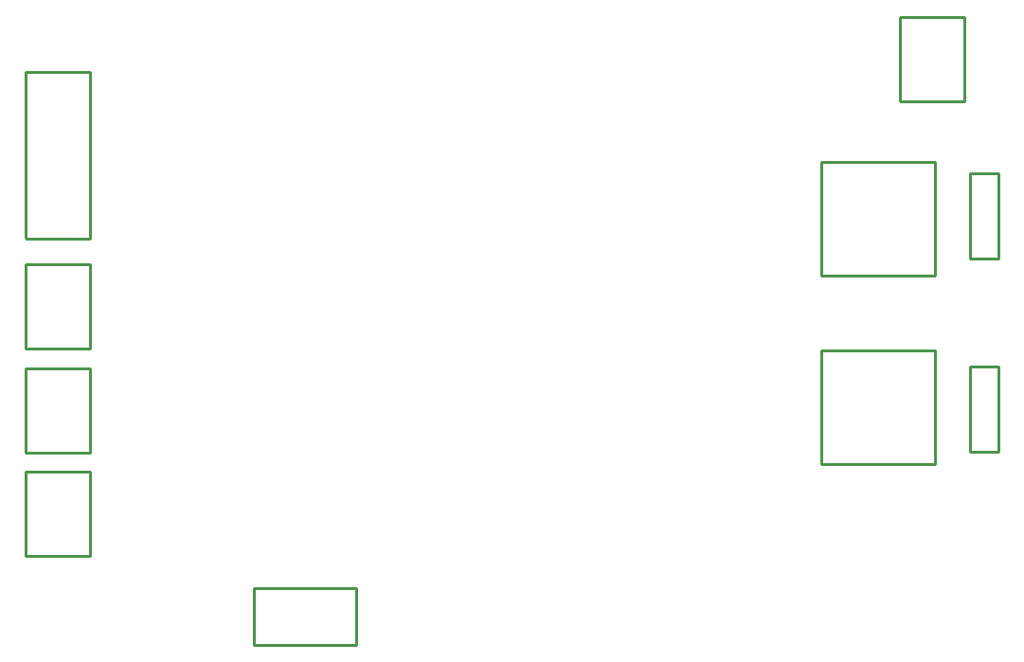
<source format=gbr>
%TF.GenerationSoftware,Altium Limited,Altium Designer,19.1.8 (144)*%
G04 Layer_Color=32768*
%FSLAX26Y26*%
%MOIN*%
%TF.FileFunction,Other,Mechanical_3*%
%TF.Part,Single*%
G01*
G75*
%TA.AperFunction,NonConductor*%
%ADD35C,0.010000*%
D35*
X3236023Y2239984D02*
X3456023D01*
X3459882Y1943528D02*
Y2239984D01*
X3233504Y1943528D02*
X3459882D01*
X3233504D02*
Y2239984D01*
X158110Y1460866D02*
X382520D01*
X156142Y1462835D02*
X158110Y1460866D01*
X156142Y1462835D02*
Y2047480D01*
X382520D01*
Y1460866D02*
Y2047480D01*
X286063Y1460866D02*
X382520D01*
Y704926D02*
Y1001383D01*
X156142D02*
X382520D01*
X156142Y704926D02*
Y1001383D01*
X160000Y704926D02*
X380000D01*
X3480000Y710000D02*
Y1010006D01*
X3580000D01*
Y710000D02*
Y1010006D01*
X3480000Y710000D02*
X3580000D01*
X3480000Y1390000D02*
Y1690006D01*
X3580000D01*
Y1390000D02*
Y1690006D01*
X3480000Y1390000D02*
X3580000D01*
X2955000Y665000D02*
Y1065000D01*
X3355000D01*
Y665000D02*
Y1065000D01*
X2955000Y665000D02*
X3355000D01*
X2955000Y1330000D02*
Y1730000D01*
X3355000D01*
Y1330000D02*
Y1730000D01*
X2955000Y1330000D02*
X3355000D01*
X160000Y343346D02*
X380000D01*
X156142D02*
Y639803D01*
X382520D01*
Y343346D02*
Y639803D01*
X160000Y1071693D02*
X380000D01*
X156142D02*
Y1368150D01*
X382520D01*
Y1071693D02*
Y1368150D01*
X958032Y29961D02*
X1318032D01*
Y229961D01*
X958032D02*
X1318032D01*
X958032Y29961D02*
Y229961D01*
%TF.MD5,0c867f5c2f1fa7b03a0909c2c86c39a9*%
M02*

</source>
